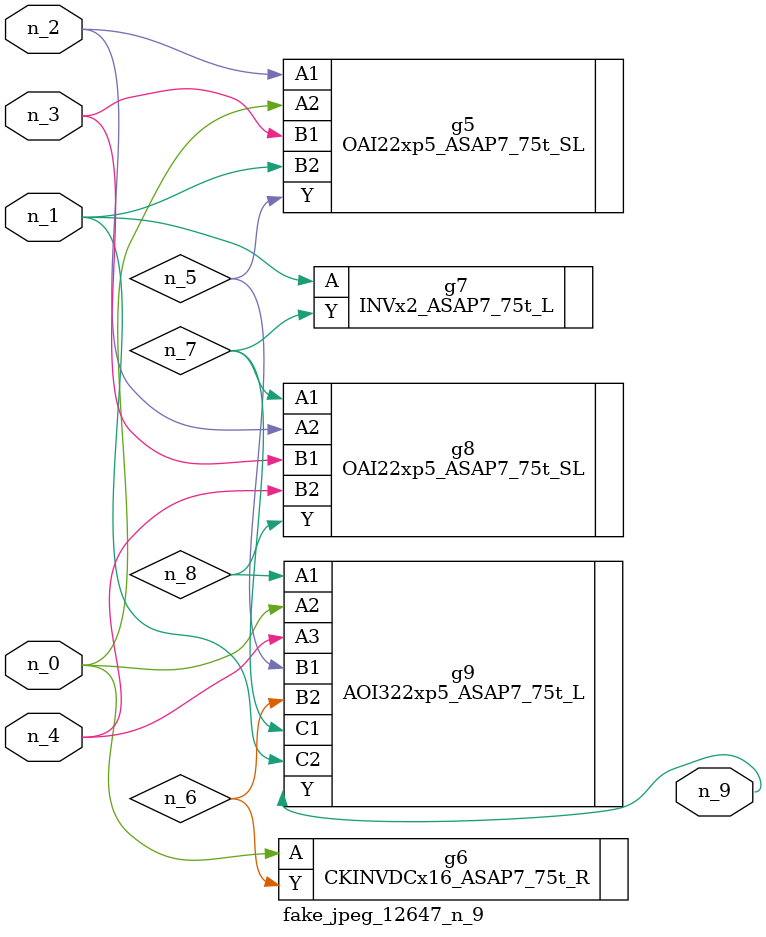
<source format=v>
module fake_jpeg_12647_n_9 (n_3, n_2, n_1, n_0, n_4, n_9);

input n_3;
input n_2;
input n_1;
input n_0;
input n_4;

output n_9;

wire n_8;
wire n_6;
wire n_5;
wire n_7;

OAI22xp5_ASAP7_75t_SL g5 ( 
.A1(n_2),
.A2(n_0),
.B1(n_3),
.B2(n_1),
.Y(n_5)
);

CKINVDCx16_ASAP7_75t_R g6 ( 
.A(n_0),
.Y(n_6)
);

INVx2_ASAP7_75t_L g7 ( 
.A(n_1),
.Y(n_7)
);

OAI22xp5_ASAP7_75t_SL g8 ( 
.A1(n_7),
.A2(n_2),
.B1(n_3),
.B2(n_4),
.Y(n_8)
);

AOI322xp5_ASAP7_75t_L g9 ( 
.A1(n_8),
.A2(n_0),
.A3(n_4),
.B1(n_5),
.B2(n_6),
.C1(n_7),
.C2(n_1),
.Y(n_9)
);


endmodule
</source>
